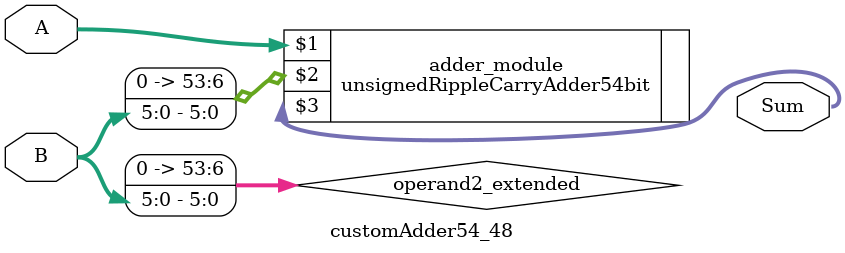
<source format=v>
module customAdder54_48(
                        input [53 : 0] A,
                        input [5 : 0] B,
                        
                        output [54 : 0] Sum
                );

        wire [53 : 0] operand2_extended;
        
        assign operand2_extended =  {48'b0, B};
        
        unsignedRippleCarryAdder54bit adder_module(
            A,
            operand2_extended,
            Sum
        );
        
        endmodule
        
</source>
